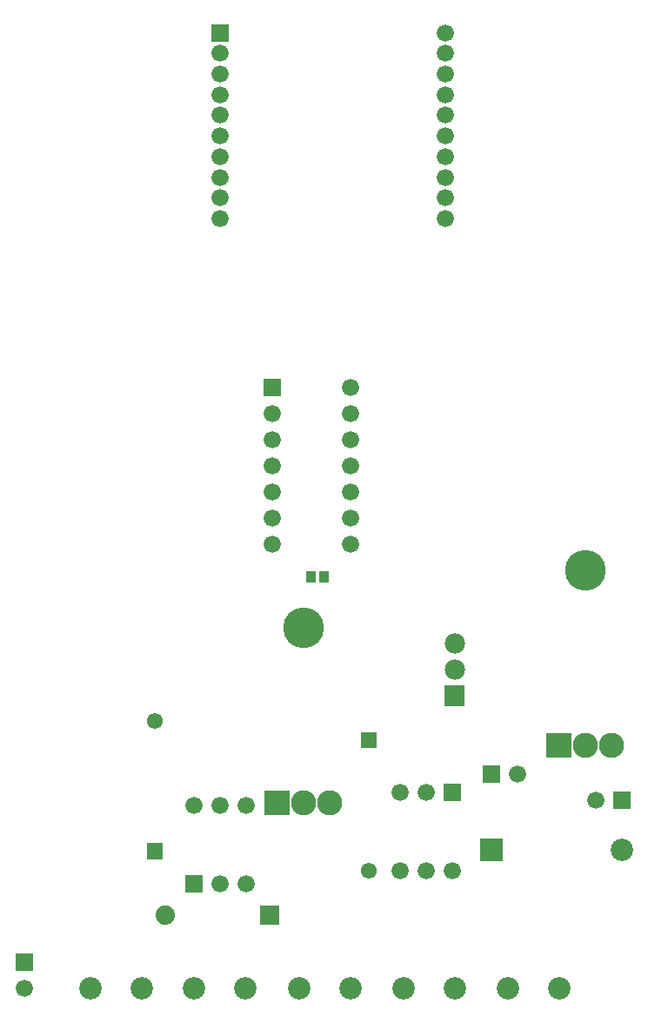
<source format=gbr>
G04 start of page 6 for group -4062 idx -4062 *
G04 Title: (unknown), soldermask *
G04 Creator: pcb 20110918 *
G04 CreationDate: Tue 12 Jun 2012 04:03:48 PM GMT UTC *
G04 For: ed *
G04 Format: Gerber/RS-274X *
G04 PCB-Dimensions: 260000 400000 *
G04 PCB-Coordinate-Origin: lower left *
%MOIN*%
%FSLAX25Y25*%
%LNBOTTOMMASK*%
%ADD81R,0.0355X0.0355*%
%ADD80C,0.0740*%
%ADD79C,0.1560*%
%ADD78C,0.0780*%
%ADD77C,0.0610*%
%ADD76C,0.0960*%
%ADD75C,0.0860*%
%ADD74C,0.0660*%
%ADD73C,0.0001*%
G54D73*G36*
X189700Y67300D02*Y58700D01*
X198300D01*
Y67300D01*
X189700D01*
G37*
G36*
X190700Y95300D02*Y88700D01*
X197300D01*
Y95300D01*
X190700D01*
G37*
G54D74*X204000Y92000D03*
G54D75*X220000Y10000D03*
X244000Y63000D03*
G54D73*G36*
X240700Y85300D02*Y78700D01*
X247300D01*
Y85300D01*
X240700D01*
G37*
G54D74*X234000Y82000D03*
G54D73*G36*
X215200Y107800D02*Y98200D01*
X224800D01*
Y107800D01*
X215200D01*
G37*
G54D76*X230000Y103000D03*
X240000D03*
G54D73*G36*
X175700Y88300D02*Y81700D01*
X182300D01*
Y88300D01*
X175700D01*
G37*
G54D74*X179000Y55000D03*
G54D75*X200315Y10000D03*
X160315D03*
X180000D03*
X99685D03*
X120315D03*
X140000D03*
G54D74*X169000Y85000D03*
X159000D03*
Y55000D03*
X169000D03*
G54D73*G36*
X143950Y108050D02*Y101950D01*
X150050D01*
Y108050D01*
X143950D01*
G37*
G54D77*X147000Y55000D03*
G54D73*G36*
X105300Y41700D02*Y34300D01*
X112700D01*
Y41700D01*
X105300D01*
G37*
G36*
X107200Y85800D02*Y76200D01*
X116800D01*
Y85800D01*
X107200D01*
G37*
G54D76*X122000Y81000D03*
X132000D03*
G54D73*G36*
X176100Y125900D02*Y118100D01*
X183900D01*
Y125900D01*
X176100D01*
G37*
G54D78*X180000Y132000D03*
Y142000D03*
G54D79*X230000Y170000D03*
G54D73*G36*
X106700Y243300D02*Y236700D01*
X113300D01*
Y243300D01*
X106700D01*
G37*
G54D74*X110000Y230000D03*
Y220000D03*
Y210000D03*
Y200000D03*
X140000D03*
Y210000D03*
Y220000D03*
Y230000D03*
Y240000D03*
X110000Y190000D03*
X140000D03*
X110000Y180000D03*
X140000D03*
G54D79*X122000Y148000D03*
G54D73*G36*
X86700Y379100D02*Y372500D01*
X93300D01*
Y379100D01*
X86700D01*
G37*
G54D74*X90000Y367900D03*
Y360000D03*
Y352100D03*
Y344200D03*
Y336300D03*
Y328400D03*
Y320500D03*
Y312600D03*
Y304700D03*
X176600Y375800D03*
Y367900D03*
Y360000D03*
Y352100D03*
Y344200D03*
Y336300D03*
Y328400D03*
Y320500D03*
Y312600D03*
Y304700D03*
G54D75*X80000Y10000D03*
G54D73*G36*
X11700Y23300D02*Y16700D01*
X18300D01*
Y23300D01*
X11700D01*
G37*
G54D74*X15000Y10000D03*
G54D75*X40315D03*
X60000D03*
G54D73*G36*
X76700Y53300D02*Y46700D01*
X83300D01*
Y53300D01*
X76700D01*
G37*
G54D74*X80000Y80000D03*
G54D73*G36*
X61950Y65550D02*Y59450D01*
X68050D01*
Y65550D01*
X61950D01*
G37*
G54D77*X65000Y112500D03*
G54D74*X90000Y50000D03*
Y80000D03*
X100000Y50000D03*
Y80000D03*
G54D80*X69000Y38000D03*
G54D81*X124882Y167984D02*Y167000D01*
X130000Y167984D02*Y167000D01*
M02*

</source>
